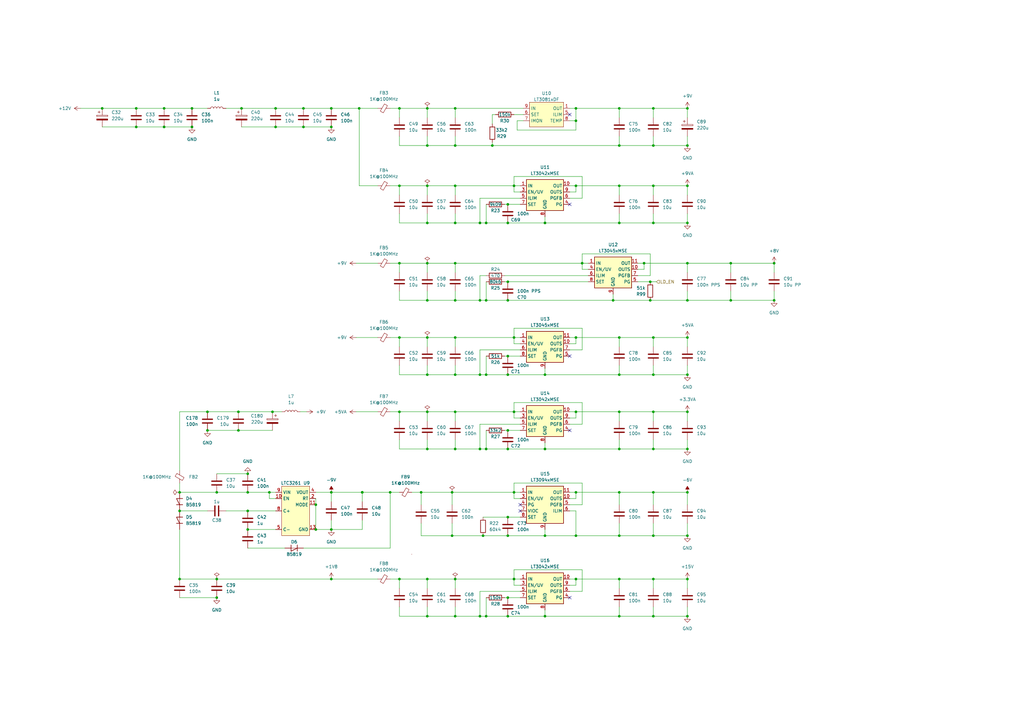
<source format=kicad_sch>
(kicad_sch (version 20211123) (generator eeschema)
  (paper "A3")
  (title_block (title "Kirdy") (date "2022-07-03") (rev "r0.1") (company "M-Labs") (comment 1 "Alex Wong Tat Hang"))
  (junction (at 175.26 237.49))
  (junction (at 223.52 184.15))
  (junction (at 236.22 76.2))
  (junction (at 238.76 107.95))
  (junction (at 210.82 201.93))
  (junction (at 78.74 44.45))
  (junction (at 210.82 76.2))
  (junction (at 236.22 168.91))
  (junction (at 185.42 219.71))
  (junction (at 101.6 217.17))
  (junction (at 254 184.15))
  (junction (at 208.28 245.11))
  (junction (at 185.42 201.93))
  (junction (at 208.28 176.53))
  (junction (at 135.89 217.17))
  (junction (at 147.32 44.45))
  (junction (at 210.82 138.43))
  (junction (at 254 91.44))
  (junction (at 135.89 237.49))
  (junction (at 266.7 115.57))
  (junction (at 148.556 201.93))
  (junction (at 236.22 49.53))
  (junction (at 208.28 252.73))
  (junction (at 196.85 184.15))
  (junction (at 266.7 123.19))
  (junction (at 88.9 237.49))
  (junction (at 199.39 252.73))
  (junction (at 186.69 138.43))
  (junction (at 208.28 184.15))
  (junction (at 78.74 52.07))
  (junction (at 254 44.45))
  (junction (at 267.97 76.2))
  (junction (at 199.39 153.67))
  (junction (at 254 237.49))
  (junction (at 111.76 168.91))
  (junction (at 163.83 76.2))
  (junction (at 317.5 107.95))
  (junction (at 99.06 44.45))
  (junction (at 67.31 52.07))
  (junction (at 175.26 59.69))
  (junction (at 267.97 201.93))
  (junction (at 113.03 52.07))
  (junction (at 175.26 153.67))
  (junction (at 175.26 91.44))
  (junction (at 41.91 44.45))
  (junction (at 281.94 138.43))
  (junction (at 267.97 138.43))
  (junction (at 175.26 107.95))
  (junction (at 85.09 168.91))
  (junction (at 196.85 91.44))
  (junction (at 199.39 123.19))
  (junction (at 267.97 252.73))
  (junction (at 281.94 237.49))
  (junction (at 186.69 252.73))
  (junction (at 208.28 123.19))
  (junction (at 254 219.71))
  (junction (at 97.79 168.91))
  (junction (at 148.59 201.93))
  (junction (at 223.52 153.67))
  (junction (at 223.52 91.44))
  (junction (at 236.22 44.45))
  (junction (at 101.6 209.55))
  (junction (at 281.94 76.2))
  (junction (at 281.94 201.93))
  (junction (at 281.94 168.91))
  (junction (at 186.69 107.95))
  (junction (at 317.5 123.19))
  (junction (at 281.94 44.45))
  (junction (at 186.69 237.49))
  (junction (at 186.69 184.15))
  (junction (at 163.83 168.91))
  (junction (at 236.22 219.71))
  (junction (at 254 168.91))
  (junction (at 281.94 252.73))
  (junction (at 251.46 123.19))
  (junction (at 186.69 76.2))
  (junction (at 198.12 219.71))
  (junction (at 281.94 184.15))
  (junction (at 267.97 44.45))
  (junction (at 135.89 201.93))
  (junction (at 186.69 91.44))
  (junction (at 267.97 168.91))
  (junction (at 175.26 168.91))
  (junction (at 281.94 219.71))
  (junction (at 160.02 201.93))
  (junction (at 186.69 59.69))
  (junction (at 208.28 83.82))
  (junction (at 135.89 52.07))
  (junction (at 236.22 201.93))
  (junction (at 113.03 44.45))
  (junction (at 254 153.67))
  (junction (at 254 138.43))
  (junction (at 210.82 168.91))
  (junction (at 281.94 91.44))
  (junction (at 254 59.69))
  (junction (at 267.97 184.15))
  (junction (at 299.72 123.19))
  (junction (at 254 76.2))
  (junction (at 101.6 201.93))
  (junction (at 163.83 138.43))
  (junction (at 186.69 123.19))
  (junction (at 175.26 252.73))
  (junction (at 135.89 44.45))
  (junction (at 196.85 123.19))
  (junction (at 208.28 91.44))
  (junction (at 172.72 201.93))
  (junction (at 208.28 153.67))
  (junction (at 73.66 209.55))
  (junction (at 201.93 59.69))
  (junction (at 267.97 237.49))
  (junction (at 208.28 212.09))
  (junction (at 196.85 252.73))
  (junction (at 124.46 52.07))
  (junction (at 175.26 184.15))
  (junction (at 163.83 107.95))
  (junction (at 186.69 153.67))
  (junction (at 88.9 201.93))
  (junction (at 254 201.93))
  (junction (at 85.09 176.53))
  (junction (at 110.49 201.93))
  (junction (at 208.28 115.57))
  (junction (at 264.16 107.95))
  (junction (at 267.97 219.71))
  (junction (at 208.28 146.05))
  (junction (at 223.52 252.73))
  (junction (at 73.66 201.93))
  (junction (at 175.26 123.19))
  (junction (at 281.94 59.69))
  (junction (at 97.79 176.53))
  (junction (at 267.97 59.69))
  (junction (at 55.88 52.07))
  (junction (at 236.22 237.49))
  (junction (at 281.94 153.67))
  (junction (at 223.52 219.71))
  (junction (at 208.28 219.71))
  (junction (at 299.72 107.95))
  (junction (at 175.26 76.2))
  (junction (at 175.26 138.43))
  (junction (at 163.83 44.45))
  (junction (at 199.39 184.15))
  (junction (at 101.6 194.31))
  (junction (at 88.9 245.11))
  (junction (at 267.97 91.44))
  (junction (at 281.94 123.19))
  (junction (at 175.26 44.45))
  (junction (at 210.82 237.49))
  (junction (at 254 252.73))
  (junction (at 73.66 237.49))
  (junction (at 163.83 237.49))
  (junction (at 186.69 168.91))
  (junction (at 129.54 207.01))
  (junction (at 67.31 44.45))
  (junction (at 267.97 153.67))
  (junction (at 124.46 44.45))
  (junction (at 55.88 44.45))
  (junction (at 186.69 44.45))
  (junction (at 281.94 107.95))
  (junction (at 129.54 217.17))
  (junction (at 236.22 138.43))
  (junction (at 199.39 91.44))
  (junction (at 196.85 153.67))
  (no_connect (at 233.68 176.53))
  (no_connect (at 233.68 245.11))
  (no_connect (at 233.68 46.99))
  (no_connect (at 213.36 209.55))
  (no_connect (at 213.36 207.01))
  (no_connect (at 233.68 83.82))
  (no_connect (at 233.68 146.05))
  (wire (pts (xy 88.9 201.93) (xy 101.6 201.93)))
  (wire (pts (xy 207.01 176.53) (xy 208.28 176.53)))
  (wire (pts (xy 267.97 214.63) (xy 267.97 219.71)))
  (wire (pts (xy 267.97 153.67) (xy 267.97 149.86)))
  (wire (pts (xy 196.85 81.28) (xy 196.85 91.44)))
  (wire (pts (xy 175.26 241.3) (xy 175.26 237.49)))
  (wire (pts (xy 160.02 237.49) (xy 163.83 237.49)))
  (wire (pts (xy 254 237.49) (xy 254 241.3)))
  (wire (pts (xy 233.68 140.97) (xy 236.22 140.97)))
  (wire (pts (xy 148.59 201.93) (xy 148.59 205.74)))
  (wire (pts (xy 281.94 252.73) (xy 281.94 248.92)))
  (wire (pts (xy 281.94 107.95) (xy 281.94 111.76)))
  (wire (pts (xy 135.89 213.36) (xy 135.89 217.17)))
  (wire (pts (xy 163.83 252.73) (xy 163.83 248.92)))
  (wire (pts (xy 208.28 176.53) (xy 213.36 176.53)))
  (wire (pts (xy 124.46 44.45) (xy 135.89 44.45)))
  (wire (pts (xy 135.89 217.17) (xy 129.54 217.17)))
  (wire (pts (xy 201.93 58.42) (xy 201.93 59.69)))
  (wire (pts (xy 196.85 91.44) (xy 199.39 91.44)))
  (wire (pts (xy 299.72 107.95) (xy 299.72 111.76)))
  (wire (pts (xy 267.97 252.73) (xy 281.94 252.73)))
  (wire (pts (xy 160.02 107.95) (xy 163.83 107.95)))
  (wire (pts (xy 186.69 172.72) (xy 186.69 168.91)))
  (wire (pts (xy 196.85 113.03) (xy 199.39 113.03)))
  (wire (pts (xy 236.22 219.71) (xy 223.52 219.71)))
  (wire (pts (xy 175.26 123.19) (xy 186.69 123.19)))
  (wire (pts (xy 175.26 252.73) (xy 175.26 248.92)))
  (wire (pts (xy 186.69 123.19) (xy 196.85 123.19)))
  (wire (pts (xy 185.42 219.71) (xy 198.12 219.71)))
  (wire (pts (xy 201.93 50.8) (xy 201.93 46.99)))
  (wire (pts (xy 267.97 153.67) (xy 281.94 153.67)))
  (wire (pts (xy 85.09 176.53) (xy 97.79 176.53)))
  (wire (pts (xy 207.01 115.57) (xy 208.28 115.57)))
  (wire (pts (xy 175.26 123.19) (xy 175.26 119.38)))
  (wire (pts (xy 210.82 76.2) (xy 213.36 76.2)))
  (wire (pts (xy 85.09 168.91) (xy 97.79 168.91)))
  (wire (pts (xy 163.83 59.69) (xy 175.26 59.69)))
  (wire (pts (xy 210.82 237.49) (xy 213.36 237.49)))
  (wire (pts (xy 254 219.71) (xy 254 214.63)))
  (wire (pts (xy 199.39 184.15) (xy 208.28 184.15)))
  (wire (pts (xy 129.54 201.93) (xy 135.89 201.93)))
  (wire (pts (xy 175.26 142.24) (xy 175.26 138.43)))
  (wire (pts (xy 199.39 252.73) (xy 208.28 252.73)))
  (wire (pts (xy 186.69 80.01) (xy 186.69 76.2)))
  (wire (pts (xy 199.39 245.11) (xy 199.39 252.73)))
  (wire (pts (xy 172.72 214.63) (xy 172.72 219.71)))
  (wire (pts (xy 92.71 209.55) (xy 101.6 209.55)))
  (wire (pts (xy 186.69 107.95) (xy 238.76 107.95)))
  (wire (pts (xy 208.28 184.15) (xy 223.52 184.15)))
  (wire (pts (xy 175.26 184.15) (xy 186.69 184.15)))
  (wire (pts (xy 208.28 91.44) (xy 223.52 91.44)))
  (wire (pts (xy 213.36 204.47) (xy 210.82 204.47)))
  (wire (pts (xy 135.89 44.45) (xy 147.32 44.45)))
  (wire (pts (xy 254 219.71) (xy 267.97 219.71)))
  (wire (pts (xy 208.28 115.57) (xy 241.3 115.57)))
  (wire (pts (xy 163.83 252.73) (xy 175.26 252.73)))
  (wire (pts (xy 185.42 201.93) (xy 210.82 201.93)))
  (wire (pts (xy 186.69 168.91) (xy 210.82 168.91)))
  (wire (pts (xy 199.39 115.57) (xy 199.39 123.19)))
  (wire (pts (xy 175.26 76.2) (xy 186.69 76.2)))
  (wire (pts (xy 186.69 91.44) (xy 186.69 87.63)))
  (wire (pts (xy 199.39 146.05) (xy 199.39 153.67)))
  (wire (pts (xy 254 153.67) (xy 254 149.86)))
  (wire (pts (xy 238.76 134.62) (xy 210.82 134.62)))
  (wire (pts (xy 199.39 153.67) (xy 208.28 153.67)))
  (wire (pts (xy 172.72 219.71) (xy 185.42 219.71)))
  (wire (pts (xy 223.52 91.44) (xy 254 91.44)))
  (wire (pts (xy 236.22 240.03) (xy 236.22 237.49)))
  (wire (pts (xy 101.6 224.79) (xy 116.84 224.79)))
  (wire (pts (xy 198.12 219.71) (xy 208.28 219.71)))
  (wire (pts (xy 254 184.15) (xy 254 180.34)))
  (wire (pts (xy 210.82 140.97) (xy 210.82 138.43)))
  (wire (pts (xy 55.88 52.07) (xy 67.31 52.07)))
  (wire (pts (xy 196.85 81.28) (xy 213.36 81.28)))
  (wire (pts (xy 148.556 201.93) (xy 148.59 201.93)))
  (wire (pts (xy 267.97 59.69) (xy 254 59.69)))
  (wire (pts (xy 212.09 49.53) (xy 214.63 49.53)))
  (wire (pts (xy 241.3 110.49) (xy 238.76 110.49)))
  (wire (pts (xy 281.94 107.95) (xy 299.72 107.95)))
  (wire (pts (xy 267.97 91.44) (xy 267.97 87.63)))
  (wire (pts (xy 223.52 250.19) (xy 223.52 252.73)))
  (wire (pts (xy 281.94 123.19) (xy 281.94 119.38)))
  (wire (pts (xy 254 201.93) (xy 267.97 201.93)))
  (wire (pts (xy 186.69 44.45) (xy 214.63 44.45)))
  (wire (pts (xy 196.85 173.99) (xy 213.36 173.99)))
  (wire (pts (xy 175.26 184.15) (xy 175.26 180.34)))
  (wire (pts (xy 261.62 113.03) (xy 266.7 113.03)))
  (wire (pts (xy 238.76 107.95) (xy 241.3 107.95)))
  (wire (pts (xy 186.69 241.3) (xy 186.69 237.49)))
  (wire (pts (xy 254 237.49) (xy 267.97 237.49)))
  (wire (pts (xy 146.05 168.91) (xy 154.94 168.91)))
  (wire (pts (xy 236.22 237.49) (xy 254 237.49)))
  (wire (pts (xy 210.82 201.93) (xy 213.36 201.93)))
  (wire (pts (xy 236.22 44.45) (xy 236.22 49.53)))
  (wire (pts (xy 207.01 245.11) (xy 208.28 245.11)))
  (wire (pts (xy 210.82 78.74) (xy 210.82 76.2)))
  (wire (pts (xy 196.85 252.73) (xy 199.39 252.73)))
  (wire (pts (xy 186.69 153.67) (xy 196.85 153.67)))
  (wire (pts (xy 236.22 219.71) (xy 254 219.71)))
  (wire (pts (xy 210.82 138.43) (xy 213.36 138.43)))
  (wire (pts (xy 73.66 198.12) (xy 73.66 201.93)))
  (wire (pts (xy 238.76 173.99) (xy 238.76 165.1)))
  (wire (pts (xy 175.26 172.72) (xy 175.26 168.91)))
  (wire (pts (xy 113.03 52.07) (xy 124.46 52.07)))
  (wire (pts (xy 73.66 237.49) (xy 73.66 217.17)))
  (wire (pts (xy 238.76 165.1) (xy 210.82 165.1)))
  (wire (pts (xy 208.28 123.19) (xy 251.46 123.19)))
  (wire (pts (xy 113.03 44.45) (xy 124.46 44.45)))
  (wire (pts (xy 281.94 76.2) (xy 281.94 80.01)))
  (wire (pts (xy 163.83 172.72) (xy 163.83 168.91)))
  (wire (pts (xy 281.94 184.15) (xy 281.94 180.34)))
  (wire (pts (xy 201.93 46.99) (xy 203.2 46.99)))
  (wire (pts (xy 266.7 104.14) (xy 238.76 104.14)))
  (wire (pts (xy 210.82 240.03) (xy 210.82 237.49)))
  (wire (pts (xy 281.94 168.91) (xy 281.94 172.72)))
  (wire (pts (xy 163.83 107.95) (xy 175.26 107.95)))
  (wire (pts (xy 233.68 143.51) (xy 238.76 143.51)))
  (wire (pts (xy 261.62 115.57) (xy 266.7 115.57)))
  (wire (pts (xy 254 48.26) (xy 254 44.45)))
  (wire (pts (xy 196.85 113.03) (xy 196.85 123.19)))
  (wire (pts (xy 236.22 201.93) (xy 254 201.93)))
  (wire (pts (xy 73.66 237.49) (xy 88.9 237.49)))
  (wire (pts (xy 175.26 168.91) (xy 186.69 168.91)))
  (wire (pts (xy 233.68 240.03) (xy 236.22 240.03)))
  (wire (pts (xy 201.93 59.69) (xy 254 59.69)))
  (wire (pts (xy 175.26 44.45) (xy 186.69 44.45)))
  (wire (pts (xy 160.02 44.45) (xy 163.83 44.45)))
  (wire (pts (xy 124.46 52.07) (xy 135.89 52.07)))
  (wire (pts (xy 236.22 138.43) (xy 254 138.43)))
  (wire (pts (xy 110.49 201.93) (xy 113.03 201.93)))
  (wire (pts (xy 233.68 173.99) (xy 238.76 173.99)))
  (wire (pts (xy 210.82 134.62) (xy 210.82 138.43)))
  (wire (pts (xy 267.97 76.2) (xy 267.97 80.01)))
  (wire (pts (xy 267.97 138.43) (xy 281.94 138.43)))
  (wire (pts (xy 254 44.45) (xy 267.97 44.45)))
  (wire (pts (xy 254 91.44) (xy 267.97 91.44)))
  (wire (pts (xy 299.72 123.19) (xy 299.72 119.38)))
  (wire (pts (xy 266.7 113.03) (xy 266.7 104.14)))
  (wire (pts (xy 223.52 151.13) (xy 223.52 153.67)))
  (wire (pts (xy 233.68 138.43) (xy 236.22 138.43)))
  (wire (pts (xy 163.83 59.69) (xy 163.83 55.88)))
  (wire (pts (xy 233.68 81.28) (xy 238.76 81.28)))
  (wire (pts (xy 196.85 153.67) (xy 199.39 153.67)))
  (wire (pts (xy 163.83 123.19) (xy 175.26 123.19)))
  (wire (pts (xy 223.52 181.61) (xy 223.52 184.15)))
  (wire (pts (xy 113.03 204.47) (xy 110.49 204.47)))
  (wire (pts (xy 73.66 245.11) (xy 88.9 245.11)))
  (wire (pts (xy 186.69 59.69) (xy 201.93 59.69)))
  (wire (pts (xy 135.89 237.49) (xy 154.94 237.49)))
  (wire (pts (xy 186.69 153.67) (xy 186.69 149.86)))
  (wire (pts (xy 186.69 123.19) (xy 186.69 119.38)))
  (wire (pts (xy 233.68 76.2) (xy 236.22 76.2)))
  (wire (pts (xy 185.42 214.63) (xy 185.42 219.71)))
  (wire (pts (xy 208.28 252.73) (xy 223.52 252.73)))
  (wire (pts (xy 175.26 252.73) (xy 186.69 252.73)))
  (wire (pts (xy 168.91 201.93) (xy 172.72 201.93)))
  (wire (pts (xy 186.69 48.26) (xy 186.69 44.45)))
  (wire (pts (xy 135.89 201.93) (xy 148.556 201.93)))
  (wire (pts (xy 115.57 168.91) (xy 111.76 168.91)))
  (wire (pts (xy 123.19 168.91) (xy 125.73 168.91)))
  (wire (pts (xy 267.97 44.45) (xy 281.94 44.45)))
  (wire (pts (xy 199.39 176.53) (xy 199.39 184.15)))
  (wire (pts (xy 254 168.91) (xy 254 172.72)))
  (wire (pts (xy 254 201.93) (xy 254 207.01)))
  (wire (pts (xy 185.42 201.93) (xy 185.42 207.01)))
  (wire (pts (xy 135.89 201.93) (xy 135.89 205.74)))
  (wire (pts (xy 213.36 78.74) (xy 210.82 78.74)))
  (wire (pts (xy 267.97 48.26) (xy 267.97 44.45)))
  (wire (pts (xy 163.83 237.49) (xy 175.26 237.49)))
  (wire (pts (xy 196.85 143.51) (xy 213.36 143.51)))
  (wire (pts (xy 186.69 252.73) (xy 186.69 248.92)))
  (wire (pts (xy 175.26 153.67) (xy 175.26 149.86)))
  (wire (pts (xy 233.68 168.91) (xy 236.22 168.91)))
  (wire (pts (xy 212.09 49.53) (xy 212.09 53.34)))
  (wire (pts (xy 186.69 138.43) (xy 210.82 138.43)))
  (wire (pts (xy 266.7 115.57) (xy 269.24 115.57)))
  (wire (pts (xy 236.22 49.53) (xy 233.68 49.53)))
  (wire (pts (xy 281.94 123.19) (xy 299.72 123.19)))
  (wire (pts (xy 233.68 171.45) (xy 236.22 171.45)))
  (wire (pts (xy 254 91.44) (xy 254 87.63)))
  (wire (pts (xy 238.76 81.28) (xy 238.76 72.39)))
  (wire (pts (xy 213.36 240.03) (xy 210.82 240.03)))
  (wire (pts (xy 236.22 209.55) (xy 236.22 219.71)))
  (wire (pts (xy 163.83 80.01) (xy 163.83 76.2)))
  (wire (pts (xy 251.46 123.19) (xy 266.7 123.19)))
  (wire (pts (xy 254 153.67) (xy 267.97 153.67)))
  (wire (pts (xy 101.6 217.17) (xy 113.03 217.17)))
  (wire (pts (xy 163.83 241.3) (xy 163.83 237.49)))
  (wire (pts (xy 233.68 242.57) (xy 238.76 242.57)))
  (wire (pts (xy 236.22 168.91) (xy 254 168.91)))
  (wire (pts (xy 223.52 219.71) (xy 223.52 217.17)))
  (wire (pts (xy 160.02 224.79) (xy 160.02 201.93)))
  (wire (pts (xy 163.83 48.26) (xy 163.83 44.45)))
  (wire (pts (xy 236.22 53.34) (xy 236.22 49.53)))
  (wire (pts (xy 78.74 44.45) (xy 85.09 44.45)))
  (wire (pts (xy 267.97 201.93) (xy 281.94 201.93)))
  (wire (pts (xy 148.59 217.17) (xy 135.89 217.17)))
  (wire (pts (xy 92.71 44.45) (xy 99.06 44.45)))
  (wire (pts (xy 281.94 44.45) (xy 281.94 48.26)))
  (wire (pts (xy 175.26 48.26) (xy 175.26 44.45)))
  (wire (pts (xy 163.83 153.67) (xy 175.26 153.67)))
  (wire (pts (xy 175.26 153.67) (xy 186.69 153.67)))
  (wire (pts (xy 160.02 201.93) (xy 163.83 201.93)))
  (wire (pts (xy 267.97 237.49) (xy 281.94 237.49)))
  (wire (pts (xy 175.26 111.76) (xy 175.26 107.95)))
  (wire (pts (xy 110.49 204.47) (xy 110.49 201.93)))
  (wire (pts (xy 175.26 59.69) (xy 175.26 55.88)))
  (wire (pts (xy 210.82 168.91) (xy 213.36 168.91)))
  (wire (pts (xy 267.97 201.93) (xy 267.97 207.01)))
  (wire (pts (xy 198.12 212.09) (xy 208.28 212.09)))
  (wire (pts (xy 254 252.73) (xy 254 248.92)))
  (wire (pts (xy 233.68 78.74) (xy 236.22 78.74)))
  (wire (pts (xy 172.72 201.93) (xy 172.72 207.01)))
  (wire (pts (xy 238.76 110.49) (xy 238.76 107.95)))
  (wire (pts (xy 33.02 44.45) (xy 41.91 44.45)))
  (wire (pts (xy 238.76 72.39) (xy 210.82 72.39)))
  (wire (pts (xy 199.39 123.19) (xy 208.28 123.19)))
  (wire (pts (xy 254 252.73) (xy 267.97 252.73)))
  (wire (pts (xy 264.16 107.95) (xy 281.94 107.95)))
  (wire (pts (xy 236.22 140.97) (xy 236.22 138.43)))
  (wire (pts (xy 129.54 207.01) (xy 129.54 217.17)))
  (wire (pts (xy 267.97 252.73) (xy 267.97 248.92)))
  (wire (pts (xy 261.62 110.49) (xy 264.16 110.49)))
  (wire (pts (xy 41.91 44.45) (xy 55.88 44.45)))
  (wire (pts (xy 186.69 59.69) (xy 186.69 55.88)))
  (wire (pts (xy 163.83 76.2) (xy 175.26 76.2)))
  (wire (pts (xy 154.94 76.2) (xy 147.32 76.2)))
  (wire (pts (xy 254 55.88) (xy 254 59.69)))
  (wire (pts (xy 163.83 153.67) (xy 163.83 149.86)))
  (wire (pts (xy 299.72 123.19) (xy 317.5 123.19)))
  (wire (pts (xy 175.26 107.95) (xy 186.69 107.95)))
  (wire (pts (xy 196.85 242.57) (xy 196.85 252.73)))
  (wire (pts (xy 267.97 91.44) (xy 281.94 91.44)))
  (wire (pts (xy 73.66 209.55) (xy 85.09 209.55)))
  (wire (pts (xy 186.69 237.49) (xy 210.82 237.49)))
  (wire (pts (xy 101.6 201.93) (xy 110.49 201.93)))
  (wire (pts (xy 99.06 44.45) (xy 113.03 44.45)))
  (wire (pts (xy 186.69 184.15) (xy 186.69 180.34)))
  (wire (pts (xy 264.16 110.49) (xy 264.16 107.95)))
  (wire (pts (xy 73.66 168.91) (xy 73.66 193.04)))
  (wire (pts (xy 210.82 46.99) (xy 214.63 46.99)))
  (wire (pts (xy 147.32 44.45) (xy 147.32 76.2)))
  (wire (pts (xy 146.05 107.95) (xy 154.94 107.95)))
  (wire (pts (xy 175.26 91.44) (xy 186.69 91.44)))
  (wire (pts (xy 261.62 107.95) (xy 264.16 107.95)))
  (wire (pts (xy 210.82 72.39) (xy 210.82 76.2)))
  (wire (pts (xy 254 76.2) (xy 267.97 76.2)))
  (wire (pts (xy 233.68 237.49) (xy 236.22 237.49)))
  (wire (pts (xy 196.85 123.19) (xy 199.39 123.19)))
  (wire (pts (xy 238.76 198.12) (xy 210.82 198.12)))
  (wire (pts (xy 233.68 44.45) (xy 236.22 44.45)))
  (wire (pts (xy 146.05 138.43) (xy 154.94 138.43)))
  (wire (pts (xy 196.85 143.51) (xy 196.85 153.67)))
  (wire (pts (xy 281.94 91.44) (xy 281.94 87.63)))
  (wire (pts (xy 41.91 52.07) (xy 55.88 52.07)))
  (wire (pts (xy 196.85 173.99) (xy 196.85 184.15)))
  (wire (pts (xy 281.94 138.43) (xy 281.94 142.24)))
  (wire (pts (xy 281.94 153.67) (xy 281.94 149.86)))
  (wire (pts (xy 233.68 204.47) (xy 236.22 204.47)))
  (wire (pts (xy 199.39 91.44) (xy 208.28 91.44)))
  (wire (pts (xy 238.76 207.01) (xy 238.76 198.12)))
  (wire (pts (xy 163.83 168.91) (xy 175.26 168.91)))
  (wire (pts (xy 236.22 78.74) (xy 236.22 76.2)))
  (wire (pts (xy 207.01 146.05) (xy 208.28 146.05)))
  (wire (pts (xy 196.85 184.15) (xy 199.39 184.15)))
  (wire (pts (xy 212.09 53.34) (xy 236.22 53.34)))
  (wire (pts (xy 196.85 242.57) (xy 213.36 242.57)))
  (wire (pts (xy 208.28 153.67) (xy 223.52 153.67)))
  (wire (pts (xy 210.82 171.45) (xy 210.82 168.91)))
  (wire (pts (xy 186.69 76.2) (xy 210.82 76.2)))
  (wire (pts (xy 210.82 198.12) (xy 210.82 201.93)))
  (wire (pts (xy 147.32 44.45) (xy 154.94 44.45)))
  (wire (pts (xy 213.36 140.97) (xy 210.82 140.97)))
  (wire (pts (xy 238.76 242.57) (xy 238.76 233.68)))
  (wire (pts (xy 88.9 194.31) (xy 101.6 194.31)))
  (wire (pts (xy 317.5 123.19) (xy 317.5 119.38)))
  (wire (pts (xy 267.97 168.91) (xy 267.97 172.72)))
  (wire (pts (xy 267.97 76.2) (xy 281.94 76.2)))
  (wire (pts (xy 186.69 142.24) (xy 186.69 138.43)))
  (wire (pts (xy 281.94 55.88) (xy 281.94 59.69)))
  (wire (pts (xy 67.31 52.07) (xy 78.74 52.07)))
  (wire (pts (xy 210.82 204.47) (xy 210.82 201.93)))
  (wire (pts (xy 238.76 233.68) (xy 210.82 233.68)))
  (wire (pts (xy 254 138.43) (xy 267.97 138.43)))
  (wire (pts (xy 251.46 120.65) (xy 251.46 123.19)))
  (wire (pts (xy 267.97 219.71) (xy 281.94 219.71)))
  (wire (pts (xy 208.28 245.11) (xy 213.36 245.11)))
  (wire (pts (xy 223.52 88.9) (xy 223.52 91.44)))
  (wire (pts (xy 73.66 168.91) (xy 85.09 168.91)))
  (wire (pts (xy 267.97 237.49) (xy 267.97 241.3)))
  (wire (pts (xy 254 184.15) (xy 267.97 184.15)))
  (wire (pts (xy 236.22 171.45) (xy 236.22 168.91)))
  (wire (pts (xy 210.82 233.68) (xy 210.82 237.49)))
  (wire (pts (xy 163.83 111.76) (xy 163.83 107.95)))
  (wire (pts (xy 55.88 44.45) (xy 67.31 44.45)))
  (wire (pts (xy 199.39 83.82) (xy 199.39 91.44)))
  (wire (pts (xy 160.02 168.91) (xy 163.83 168.91)))
  (wire (pts (xy 124.46 224.79) (xy 160.02 224.79)))
  (wire (pts (xy 254 138.43) (xy 254 142.24)))
  (wire (pts (xy 208.28 212.09) (xy 213.36 212.09)))
  (wire (pts (xy 210.82 165.1) (xy 210.82 168.91)))
  (wire (pts (xy 299.72 107.95) (xy 317.5 107.95)))
  (wire (pts (xy 160.02 76.2) (xy 163.83 76.2)))
  (wire (pts (xy 163.83 123.19) (xy 163.83 119.38)))
  (wire (pts (xy 67.31 44.45) (xy 78.74 44.45)))
  (wire (pts (xy 175.26 59.69) (xy 186.69 59.69)))
  (wire (pts (xy 163.83 184.15) (xy 175.26 184.15)))
  (wire (pts (xy 208.28 146.05) (xy 213.36 146.05)))
  (wire (pts (xy 175.26 237.49) (xy 186.69 237.49)))
  (wire (pts (xy 254 168.91) (xy 267.97 168.91)))
  (wire (pts (xy 111.76 168.91) (xy 97.79 168.91)))
  (wire (pts (xy 186.69 111.76) (xy 186.69 107.95)))
  (wire (pts (xy 160.02 201.93) (xy 148.59 201.93)))
  (wire (pts (xy 172.72 201.93) (xy 185.42 201.93)))
  (wire (pts (xy 175.26 91.44) (xy 175.26 87.63)))
  (wire (pts (xy 281.94 201.93) (xy 281.94 207.01)))
  (wire (pts (xy 99.06 52.07) (xy 113.03 52.07)))
  (wire (pts (xy 101.6 209.55) (xy 113.03 209.55)))
  (wire (pts (xy 223.52 153.67) (xy 254 153.67)))
  (wire (pts (xy 238.76 143.51) (xy 238.76 134.62)))
  (wire (pts (xy 73.66 201.93) (xy 88.9 201.93)))
  (wire (pts (xy 175.26 138.43) (xy 186.69 138.43)))
  (wire (pts (xy 267.97 168.91) (xy 281.94 168.91)))
  (wire (pts (xy 233.68 207.01) (xy 238.76 207.01)))
  (wire (pts (xy 163.83 91.44) (xy 175.26 91.44)))
  (wire (pts (xy 236.22 76.2) (xy 254 76.2)))
  (wire (pts (xy 236.22 204.47) (xy 236.22 201.93)))
  (wire (pts (xy 236.22 44.45) (xy 254 44.45)))
  (wire (pts (xy 160.02 138.43) (xy 163.83 138.43)))
  (wire (pts (xy 208.28 219.71) (xy 223.52 219.71)))
  (wire (pts (xy 236.22 209.55) (xy 233.68 209.55)))
  (wire (pts (xy 111.76 176.53) (xy 97.79 176.53)))
  (wire (pts (xy 186.69 184.15) (xy 196.85 184.15)))
  (wire (pts (xy 267.97 184.15) (xy 267.97 180.34)))
  (wire (pts (xy 207.01 83.82) (xy 208.28 83.82)))
  (wire (pts (xy 267.97 138.43) (xy 267.97 142.24)))
  (wire (pts (xy 213.36 171.45) (xy 210.82 171.45)))
  (wire (pts (xy 233.68 201.93) (xy 236.22 201.93)))
  (wire (pts (xy 254 76.2) (xy 254 80.01)))
  (wire (pts (xy 266.7 123.19) (xy 281.94 123.19)))
  (wire (pts (xy 163.83 44.45) (xy 175.26 44.45)))
  (wire (pts (xy 223.52 184.15) (xy 254 184.15)))
  (wire (pts (xy 163.83 138.43) (xy 175.26 138.43)))
  (wire (pts (xy 208.28 83.82) (xy 213.36 83.82)))
  (wire (pts (xy 186.69 91.44) (xy 196.85 91.44)))
  (wire (pts (xy 163.83 91.44) (xy 163.83 87.63)))
  (wire (pts (xy 317.5 107.95) (xy 317.5 111.76)))
  (wire (pts (xy 281.94 237.49) (xy 281.94 241.3)))
  (wire (pts (xy 148.59 213.36) (xy 148.59 217.17)))
  (wire (pts (xy 267.97 55.88) (xy 267.97 59.69)))
  (wire (pts (xy 129.54 204.47) (xy 129.54 207.01)))
  (wire (pts (xy 267.97 59.69) (xy 281.94 59.69)))
  (wire (pts (xy 223.52 252.73) (xy 254 252.73)))
  (wire (pts (xy 186.69 252.73) (xy 196.85 252.73)))
  (wire (pts (xy 267.97 184.15) (xy 281.94 184.15)))
  (wire (pts (xy 238.76 104.14) (xy 238.76 107.95)))
  (wire (pts (xy 281.94 214.63) (xy 281.94 219.71)))
  (wire (pts (xy 175.26 80.01) (xy 175.26 76.2)))
  (wire (pts (xy 163.83 184.15) (xy 163.83 180.34)))
  (wire (pts (xy 88.9 237.49) (xy 135.89 237.49)))
  (wire (pts (xy 207.01 113.03) (xy 241.3 113.03)))
  (wire (pts (xy 163.83 142.24) (xy 163.83 138.43)))
  (hierarchical_label "LD_EN" (shape input) (at 269.24 115.57 0))
  (symbol (lib_id "Device:R") (at 198.12 215.9 0) (unit 1)
    (property "Reference" "R22" (at 200.66 214.6299 0) (effects (justify left)))
    (property "Value" "60k4" (at 200.66 217.1699 0) (effects (justify left)))
    (property "Footprint" "Resistor_SMD:R_0603_1608Metric" (effects hide))
    (property "MFR_PN" "RT0603FRE0760K4L" (effects hide))
    (property "MFR_PN_ALT" "RC0603FR-0760K4L" (effects hide))
  )
  (symbol (lib_id "Device:C") (at 85.09 172.72 0) (mirror y) (unit 1)
    (property "Reference" "C178" (at 81.28 171.4499 0) (effects (justify left)))
    (property "Value" "100n" (at 81.28 173.9899 0) (effects (justify left)))
    (property "Footprint" "Capacitor_SMD:C_0603_1608Metric" (effects hide))
    (property "MFR_PN" "CL10B104KB8NNWC" (effects hide))
    (property "MFR_PN_ALT" "CL10B104KB8NNNL" (effects hide))
  )
  (symbol (lib_id "Device:C") (at 254 83.82 0) (unit 1)
    (property "Reference" "C76" (at 257.81 82.5499 0) (effects (justify left)))
    (property "Value" "100n" (at 257.81 85.0899 0) (effects (justify left)))
    (property "Footprint" "Capacitor_SMD:C_0603_1608Metric" (effects hide))
    (property "MFR_PN" "CL10B104KB8NNWC" (effects hide))
    (property "MFR_PN_ALT" "CL10B104KB8NNNL" (effects hide))
  )
  (symbol (lib_id "power:+5VA") (at 281.94 138.43 0) (unit 1)
    (property "Reference" "#PWR074" (effects hide))
    (property "Value" "+5VA" (at 281.94 133.35 0))
  )
  (symbol (lib_id "Device:C") (at 101.6 213.36 0) (unit 1)
    (property "Reference" "C42" (at 105.41 212.0899 0) (effects (justify left)))
    (property "Value" "1u" (at 105.41 214.6299 0) (effects (justify left)))
    (property "Footprint" "Capacitor_SMD:C_0603_1608Metric" (effects hide))
    (property "MFR_PN" "CL10B105KA8NNNC" (effects hide))
    (property "MFR_PN_ALT" "CGA3E1X7R1E105K080AC" (effects hide))
  )
  (symbol (lib_id "power:PWR_FLAG") (at 175.26 76.2 0) (unit 1)
    (property "Reference" "#FLG0106" (effects hide))
    (property "Value" "PWR_FLAG" (effects hide))
  )
  (symbol (lib_id "Device:C") (at 148.59 209.55 0) (unit 1)
    (property "Reference" "C48" (at 152.4 208.2799 0) (effects (justify left)))
    (property "Value" "10u" (at 152.4 210.8199 0) (effects (justify left)))
    (property "Footprint" "Capacitor_SMD:C_0805_2012Metric" (effects hide))
    (property "MFR_PN" "CL21B106KOQNNNG" (effects hide))
    (property "MFR_PN_ALT" "CL21B106KOQNNNE" (effects hide))
  )
  (symbol (lib_id "Device:R") (at 203.2 83.82 90) (unit 1)
    (property "Reference" "R23" (at 203.2 86.36 90))
    (property "Value" "9k09" (at 203.2 83.82 90))
    (property "Footprint" "Resistor_SMD:R_0603_1608Metric" (effects hide))
    (property "MFR_PN" "CR0603-FX-9091ELF" (effects hide))
    (property "MFR_PN_ALT" "RK73H1JTTD9091F" (effects hide))
  )
  (symbol (lib_id "Device:R") (at 203.2 245.11 90) (unit 1)
    (property "Reference" "R28" (at 203.2 247.65 90))
    (property "Value" "150k" (at 203.2 245.11 90))
    (property "Footprint" "Resistor_SMD:R_0603_1608Metric" (effects hide))
    (property "MFR_PN" "CRGCQ0603F150K" (effects hide))
    (property "MFR_PN_ALT" "RMCF0603FG150K" (effects hide))
  )
  (symbol (lib_id "Device:C") (at 281.94 210.82 0) (unit 1)
    (property "Reference" "C94" (at 285.75 209.5499 0) (effects (justify left)))
    (property "Value" "10u" (at 285.75 212.0899 0) (effects (justify left)))
    (property "Footprint" "Capacitor_SMD:C_0805_2012Metric" (effects hide))
    (property "MFR_PN" "CL21B106KOQNNNG" (effects hide))
    (property "MFR_PN_ALT" "CL21B106KOQNNNE" (effects hide))
  )
  (symbol (lib_id "Device:C") (at 186.69 83.82 0) (unit 1)
    (property "Reference" "C64" (at 190.5 82.5499 0) (effects (justify left)))
    (property "Value" "100n" (at 190.5 85.0899 0) (effects (justify left)))
    (property "Footprint" "Capacitor_SMD:C_0603_1608Metric" (effects hide))
    (property "MFR_PN" "CL10B104KB8NNWC" (effects hide))
    (property "MFR_PN_ALT" "CL10B104KB8NNNL" (effects hide))
  )
  (symbol (lib_id "Device:C") (at 113.03 48.26 0) (unit 1)
    (property "Reference" "C44" (at 116.84 46.9899 0) (effects (justify left)))
    (property "Value" "10u" (at 116.84 49.5299 0) (effects (justify left)))
    (property "Footprint" "Capacitor_SMD:C_0805_2012Metric" (effects hide))
    (property "MFR_PN" "CL21B106KOQNNNG" (effects hide))
    (property "MFR_PN_ALT" "CL21B106KOQNNNE" (effects hide))
  )
  (symbol (lib_id "power:PWR_FLAG") (at 175.26 107.95 0) (unit 1)
    (property "Reference" "#FLG0108" (effects hide))
    (property "Value" "PWR_FLAG" (effects hide))
  )
  (symbol (lib_id "Device:R") (at 266.7 119.38 180) (unit 1)
    (property "Reference" "R99" (at 262.89 120.65 0))
    (property "Value" "51k" (at 262.89 118.11 0))
    (property "Footprint" "Resistor_SMD:R_0603_1608Metric" (effects hide))
    (property "MFR_PN" "RMCF0603FT51K0" (effects hide))
    (property "MFR_PN_ALT" "CR0603-FX-5102ELF" (effects hide))
  )
  (symbol (lib_id "Device:FerriteBead_Small") (at 73.66 195.58 180) (unit 1)
    (property "Reference" "FB2" (at 77.47 195.58 0) (effects (justify right)))
    (property "Value" "1K@100MHz" (at 58.42 195.58 0) (effects (justify right)))
    (property "Footprint" "Inductor_SMD:L_1210_3225Metric" (effects hide))
    (property "MFR_PN" "FBMH3225HM102NT" (effects hide))
    (property "MFR_PN_ALT" "FBMH3225HM102NTV" (effects hide))
  )
  (symbol (lib_id "Device:C") (at 208.28 180.34 0) (unit 1)
    (property "Reference" "C72" (at 209.55 182.88 0) (effects (justify left)))
    (property "Value" "100n" (at 212.09 180.34 0) (effects (justify left)))
    (property "Footprint" "Capacitor_SMD:C_0603_1608Metric" (effects hide))
    (property "MFR_PN" "CL10B104KB8NNWC" (effects hide))
    (property "MFR_PN_ALT" "CL10B104KB8NNNL" (effects hide))
  )
  (symbol (lib_id "Device:C") (at 186.69 115.57 0) (unit 1)
    (property "Reference" "C65" (at 190.5 114.2999 0) (effects (justify left)))
    (property "Value" "100n" (at 190.5 116.8399 0) (effects (justify left)))
    (property "Footprint" "Capacitor_SMD:C_0603_1608Metric" (effects hide))
    (property "MFR_PN" "CL10B104KB8NNWC" (effects hide))
    (property "MFR_PN_ALT" "CL10B104KB8NNNL" (effects hide))
  )
  (symbol (lib_id "Device:C") (at 175.26 176.53 0) (unit 1)
    (property "Reference" "C60" (at 179.07 175.2599 0) (effects (justify left)))
    (property "Value" "10u" (at 179.07 177.7999 0) (effects (justify left)))
    (property "Footprint" "Capacitor_SMD:C_0805_2012Metric" (effects hide))
    (property "MFR_PN" "CL21B106KOQNNNG" (effects hide))
    (property "MFR_PN_ALT" "CL21B106KOQNNNE" (effects hide))
  )
  (symbol (lib_id "Device:C") (at 254 52.07 0) (unit 1)
    (property "Reference" "C75" (at 257.81 50.7999 0) (effects (justify left)))
    (property "Value" "100n" (at 257.81 53.3399 0) (effects (justify left)))
    (property "Footprint" "Capacitor_SMD:C_0603_1608Metric" (effects hide))
    (property "MFR_PN" "CL10B104KB8NNWC" (effects hide))
    (property "MFR_PN_ALT" "CL10B104KB8NNNL" (effects hide))
  )
  (symbol (lib_id "power:GND") (at 317.5 123.19 0) (unit 1)
    (property "Reference" "#PWR073" (effects hide))
    (property "Value" "GND" (at 317.5 128.27 0))
  )
  (symbol (lib_id "Device:C") (at 267.97 210.82 0) (unit 1)
    (property "Reference" "C87" (at 271.78 209.5499 0) (effects (justify left)))
    (property "Value" "10u" (at 271.78 212.0899 0) (effects (justify left)))
    (property "Footprint" "Capacitor_SMD:C_0805_2012Metric" (effects hide))
    (property "MFR_PN" "CL21B106KOQNNNG" (effects hide))
    (property "MFR_PN_ALT" "CL21B106KOQNNNE" (effects hide))
  )
  (symbol (lib_id "Device:C") (at 175.26 245.11 0) (unit 1)
    (property "Reference" "C61" (at 179.07 243.8399 0) (effects (justify left)))
    (property "Value" "10u" (at 179.07 246.3799 0) (effects (justify left)))
    (property "Footprint" "Capacitor_SMD:C_0805_2012Metric" (effects hide))
    (property "MFR_PN" "CL21B106KOQNNNG" (effects hide))
    (property "MFR_PN_ALT" "CL21B106KOQNNNE" (effects hide))
  )
  (symbol (lib_id "Device:C") (at 186.69 245.11 0) (unit 1)
    (property "Reference" "C68" (at 190.5 243.8399 0) (effects (justify left)))
    (property "Value" "100n" (at 190.5 246.3799 0) (effects (justify left)))
    (property "Footprint" "Capacitor_SMD:C_0603_1608Metric" (effects hide))
    (property "MFR_PN" "CL10B104KB8NNWC" (effects hide))
    (property "MFR_PN_ALT" "CL10B104KB8NNNL" (effects hide))
  )
  (symbol (lib_id "Device:R") (at 203.2 146.05 90) (unit 1)
    (property "Reference" "R26" (at 203.2 148.59 90))
    (property "Value" "51k" (at 203.2 146.05 90))
    (property "Footprint" "Resistor_SMD:R_0603_1608Metric" (effects hide))
    (property "MFR_PN" "RMCF0603FT51K0" (effects hide))
    (property "MFR_PN_ALT" "CR0603-FX-5102ELF" (effects hide))
  )
  (symbol (lib_id "Device:C") (at 175.26 52.07 0) (unit 1)
    (property "Reference" "C56" (at 179.07 50.7999 0) (effects (justify left)))
    (property "Value" "10u" (at 179.07 53.3399 0) (effects (justify left)))
    (property "Footprint" "Capacitor_SMD:C_0805_2012Metric" (effects hide))
    (property "MFR_PN" "CL21B106KOQNNNG" (effects hide))
    (property "MFR_PN_ALT" "CL21B106KOQNNNE" (effects hide))
  )
  (symbol (lib_id "Device:L") (at 88.9 44.45 90) (unit 1)
    (property "Reference" "L1" (at 88.9 38.1 90))
    (property "Value" "1u" (at 88.9 40.64 90))
    (property "Footprint" "Inductor_SMD:L_1008_2520Metric" (effects hide))
    (property "MFR_PN" "DFE252012F-1R0M=P2" (effects hide))
    (property "MFR_PN_ALT" "DFE252012P-1R0M=P2" (effects hide))
  )
  (symbol (lib_id "Device:D_Shockley") (at 73.66 213.36 90) (unit 1)
    (property "Reference" "D5" (at 76.2 212.0899 90) (effects (justify right)))
    (property "Value" "B5819" (at 76.2 214.6299 90) (effects (justify right)))
    (property "Footprint" "Diode_SMD:D_SOD-323" (effects hide))
    (property "MFR_PN" "B5819WS-TP" (effects hide))
  )
  (symbol (lib_id "Device:C_Polarized") (at 281.94 52.07 0) (unit 1)
    (property "Reference" "C89" (at 285.75 49.9109 0) (effects (justify left)))
    (property "Value" "220u" (at 285.75 52.4509 0) (effects (justify left)))
    (property "Footprint" "Capacitor_Tantalum_SMD:CP_EIA-7343-15_Kemet-W" (effects hide))
    (property "MFR_PN" "T491D227K016AT" (effects hide))
    (property "MFR_PN_ALT" "293D227X9016E2TE3" (effects hide))
  )
  (symbol (lib_id "power:-9V") (at 135.89 201.93 0) (unit 1)
    (property "Reference" "#PWR063" (effects hide))
    (property "Value" "-9V" (at 135.89 196.85 0))
  )
  (symbol (lib_id "Device:FerriteBead_Small") (at 157.48 107.95 90) (unit 1)
    (property "Reference" "FB5" (at 157.4419 101.6 90))
    (property "Value" "1K@100MHz" (at 157.4419 104.14 90))
    (property "Footprint" "Inductor_SMD:L_1210_3225Metric" (effects hide))
    (property "MFR_PN" "FBMH3225HM102NT" (effects hide))
    (property "MFR_PN_ALT" "FBMH3225HM102NTV" (effects hide))
  )
  (symbol (lib_id "Device:C") (at 254 210.82 0) (unit 1)
    (property "Reference" "C80" (at 257.81 209.5499 0) (effects (justify left)))
    (property "Value" "100n" (at 257.81 212.0899 0) (effects (justify left)))
    (property "Footprint" "Capacitor_SMD:C_0603_1608Metric" (effects hide))
    (property "MFR_PN" "CL10B104KB8NNWC" (effects hide))
    (property "MFR_PN_ALT" "CL10B104KB8NNNL" (effects hide))
  )
  (symbol (lib_id "power:PWR_FLAG") (at 175.26 138.43 0) (unit 1)
    (property "Reference" "#FLG0109" (effects hide))
    (property "Value" "PWR_FLAG" (effects hide))
  )
  (symbol (lib_id "power:GND") (at 281.94 91.44 0) (unit 1)
    (property "Reference" "#PWR071" (effects hide))
    (property "Value" "GND" (at 281.94 96.52 0))
  )
  (symbol (lib_id "power:+9V") (at 281.94 44.45 0) (unit 1)
    (property "Reference" "#PWR068" (effects hide))
    (property "Value" "+9V" (at 281.94 39.37 0))
  )
  (symbol (lib_id "power:PWR_FLAG") (at 185.42 201.93 0) (unit 1)
    (property "Reference" "#FLG0102" (effects hide))
    (property "Value" "PWR_FLAG" (effects hide))
  )
  (symbol (lib_id "Device:FerriteBead_Small") (at 166.37 201.93 90) (unit 1)
    (property "Reference" "FB9" (at 166.3319 195.58 90))
    (property "Value" "1K@100MHz" (at 166.3319 198.12 90))
    (property "Footprint" "Inductor_SMD:L_1210_3225Metric" (effects hide))
    (property "MFR_PN" "FBMH3225HM102NT" (effects hide))
    (property "MFR_PN_ALT" "FBMH3225HM102NTV" (effects hide))
  )
  (symbol (lib_id "Device:C") (at 208.28 119.38 0) (unit 1)
    (property "Reference" "C70" (at 212.09 121.92 0) (effects (justify left)))
    (property "Value" "100n PPS" (at 212.09 119.38 0) (effects (justify left)))
    (property "Footprint" "Capacitor_SMD:C_1210_3225Metric" (effects hide))
    (property "MFR_PN" "ECH-U1C104JX5" (effects hide))
  )
  (symbol (lib_id "Device:C") (at 281.94 245.11 0) (unit 1)
    (property "Reference" "C95" (at 285.75 243.8399 0) (effects (justify left)))
    (property "Value" "10u" (at 285.75 246.3799 0) (effects (justify left)))
    (property "Footprint" "Capacitor_SMD:C_0805_2012Metric" (effects hide))
    (property "MFR_PN" "CL21B106KOQNNNG" (effects hide))
    (property "MFR_PN_ALT" "CL21B106KOQNNNE" (effects hide))
  )
  (symbol (lib_id "Device:C") (at 135.89 48.26 0) (unit 1)
    (property "Reference" "C46" (at 139.7 46.9899 0) (effects (justify left)))
    (property "Value" "100n" (at 139.7 49.5299 0) (effects (justify left)))
    (property "Footprint" "Capacitor_SMD:C_0603_1608Metric" (effects hide))
    (property "MFR_PN" "CL10B104KB8NNWC" (effects hide))
    (property "MFR_PN_ALT" "CL10B104KB8NNNL" (effects hide))
  )
  (symbol (lib_id "Device:C") (at 281.94 115.57 0) (unit 1)
    (property "Reference" "C77" (at 285.75 114.2999 0) (effects (justify left)))
    (property "Value" "100n PPS" (at 285.75 116.8399 0) (effects (justify left)))
    (property "Footprint" "Capacitor_SMD:C_1210_3225Metric" (effects hide))
    (property "MFR_PN" "ECH-U1C104JX5" (effects hide))
  )
  (symbol (lib_id "Device:C") (at 88.9 198.12 0) (unit 1)
    (property "Reference" "C37" (at 92.71 196.8499 0) (effects (justify left)))
    (property "Value" "10u" (at 92.71 199.3899 0) (effects (justify left)))
    (property "Footprint" "Capacitor_SMD:C_0805_2012Metric" (effects hide))
    (property "MFR_PN" "CL21B106KOQNNNG" (effects hide))
    (property "MFR_PN_ALT" "CL21B106KOQNNNE" (effects hide))
  )
  (symbol (lib_id "Regulator_Linear:LT3042xMSE") (at 223.52 78.74 0) (unit 1)
    (property "Reference" "U11" (at 223.52 68.58 0))
    (property "Value" "LT3042xMSE" (at 223.52 71.12 0))
    (property "Footprint" "Package_SO:MSOP-10-1EP_3x3mm_P0.5mm_EP1.68x1.88mm" (effects hide))
    (property "Datasheet" "https://www.analog.com/media/en/technical-documentation/data-sheets/3042fb.pdf" (effects hide))
    (property "MFR_PN" "LT3042IMSE#PBF" (effects hide))
    (property "MFR_PN_ALT" "LT3042IMSE#TRPBF" (effects hide))
  )
  (symbol (lib_id "Device:C") (at 88.9 209.55 90) (unit 1)
    (property "Reference" "C38" (at 88.9 213.36 90))
    (property "Value" "1u" (at 88.9 205.74 90))
    (property "Footprint" "Capacitor_SMD:C_0603_1608Metric" (effects hide))
    (property "MFR_PN" "CL10B105KA8NNNC" (effects hide))
    (property "MFR_PN_ALT" "CGA3E1X7R1E105K080AC" (effects hide))
  )
  (symbol (lib_id "Device:C") (at 267.97 52.07 0) (unit 1)
    (property "Reference" "C82" (at 271.78 50.7999 0) (effects (justify left)))
    (property "Value" "10u" (at 271.78 53.3399 0) (effects (justify left)))
    (property "Footprint" "Capacitor_SMD:C_0805_2012Metric" (effects hide))
    (property "MFR_PN" "CL21B106KOQNNNG" (effects hide))
    (property "MFR_PN_ALT" "CL21B106KOQNNNE" (effects hide))
  )
  (symbol (lib_id "Device:C") (at 101.6 220.98 0) (unit 1)
    (property "Reference" "C43" (at 105.41 219.7099 0) (effects (justify left)))
    (property "Value" "1u" (at 105.41 222.2499 0) (effects (justify left)))
    (property "Footprint" "Capacitor_SMD:C_0603_1608Metric" (effects hide))
    (property "MFR_PN" "CL10B105KA8NNNC" (effects hide))
    (property "MFR_PN_ALT" "CGA3E1X7R1E105K080AC" (effects hide))
  )
  (symbol (lib_id "Device:C_Polarized") (at 111.76 172.72 0) (mirror y) (unit 1)
    (property "Reference" "C180" (at 107.95 170.5609 0) (effects (justify left)))
    (property "Value" "220u" (at 107.95 173.1009 0) (effects (justify left)))
    (property "Footprint" "Capacitor_Tantalum_SMD:CP_EIA-7343-15_Kemet-W" (effects hide))
    (property "MFR_PN" "T491D227K016AT" (effects hide))
    (property "MFR_PN_ALT" "293D227X9016E2TE3" (effects hide))
  )
  (symbol (lib_id "Device:C") (at 254 245.11 0) (unit 1)
    (property "Reference" "C81" (at 257.81 243.8399 0) (effects (justify left)))
    (property "Value" "100n" (at 257.81 246.3799 0) (effects (justify left)))
    (property "Footprint" "Capacitor_SMD:C_0603_1608Metric" (effects hide))
    (property "MFR_PN" "CL10B104KB8NNWC" (effects hide))
    (property "MFR_PN_ALT" "CL10B104KB8NNNL" (effects hide))
  )
  (symbol (lib_id "Device:C") (at 88.9 241.3 0) (unit 1)
    (property "Reference" "C39" (at 92.71 240.0299 0) (effects (justify left)))
    (property "Value" "10u" (at 92.71 242.5699 0) (effects (justify left)))
    (property "Footprint" "Capacitor_SMD:C_0805_2012Metric" (effects hide))
    (property "MFR_PN" "CL21B106KOQNNNG" (effects hide))
    (property "MFR_PN_ALT" "CL21B106KOQNNNE" (effects hide))
  )
  (symbol (lib_id "Device:C") (at 67.31 48.26 0) (unit 1)
    (property "Reference" "C34" (at 71.12 46.9899 0) (effects (justify left)))
    (property "Value" "10u" (at 71.12 49.5299 0) (effects (justify left)))
    (property "Footprint" "Capacitor_SMD:C_0805_2012Metric" (effects hide))
    (property "MFR_PN" "CL21B106KOQNNNG" (effects hide))
    (property "MFR_PN_ALT" "CL21B106KOQNNNE" (effects hide))
  )
  (symbol (lib_id "Device:C") (at 208.28 149.86 0) (unit 1)
    (property "Reference" "C71" (at 209.55 152.4 0) (effects (justify left)))
    (property "Value" "100n" (at 212.09 149.86 0) (effects (justify left)))
    (property "Footprint" "Capacitor_SMD:C_0603_1608Metric" (effects hide))
    (property "MFR_PN" "CL10B104KB8NNWC" (effects hide))
    (property "MFR_PN_ALT" "CL10B104KB8NNNL" (effects hide))
  )
  (symbol (lib_id "Device:C") (at 281.94 176.53 0) (unit 1)
    (property "Reference" "C93" (at 285.75 175.2599 0) (effects (justify left)))
    (property "Value" "10u" (at 285.75 177.7999 0) (effects (justify left)))
    (property "Footprint" "Capacitor_SMD:C_0805_2012Metric" (effects hide))
    (property "MFR_PN" "CL21B106KOQNNNG" (effects hide))
    (property "MFR_PN_ALT" "CL21B106KOQNNNE" (effects hide))
  )
  (symbol (lib_id "Device:C") (at 172.72 210.82 0) (unit 1)
    (property "Reference" "C55" (at 176.53 209.5499 0) (effects (justify left)))
    (property "Value" "10u" (at 176.53 212.0899 0) (effects (justify left)))
    (property "Footprint" "Capacitor_SMD:C_0805_2012Metric" (effects hide))
    (property "MFR_PN" "CL21B106KOQNNNG" (effects hide))
    (property "MFR_PN_ALT" "CL21B106KOQNNNE" (effects hide))
  )
  (symbol (lib_id "Device:FerriteBead_Small") (at 157.48 168.91 90) (unit 1)
    (property "Reference" "FB7" (at 157.4419 162.56 90))
    (property "Value" "1K@100MHz" (at 157.4419 165.1 90))
    (property "Footprint" "Inductor_SMD:L_1210_3225Metric" (effects hide))
    (property "MFR_PN" "FBMH3225HM102NT" (effects hide))
    (property "MFR_PN_ALT" "FBMH3225HM102NTV" (effects hide))
  )
  (symbol (lib_id "Device:C_Polarized") (at 99.06 48.26 0) (unit 1)
    (property "Reference" "C40" (at 102.87 46.1009 0) (effects (justify left)))
    (property "Value" "220u" (at 102.87 48.6409 0) (effects (justify left)))
    (property "Footprint" "Capacitor_Tantalum_SMD:CP_EIA-7343-15_Kemet-W" (effects hide))
    (property "MFR_PN" "T491D227K016AT" (effects hide))
    (property "MFR_PN_ALT" "293D227X9016E2TE3" (effects hide))
  )
  (symbol (lib_id "Device:C") (at 267.97 176.53 0) (unit 1)
    (property "Reference" "C86" (at 271.78 175.2599 0) (effects (justify left)))
    (property "Value" "10u" (at 271.78 177.7999 0) (effects (justify left)))
    (property "Footprint" "Capacitor_SMD:C_0805_2012Metric" (effects hide))
    (property "MFR_PN" "CL21B106KOQNNNG" (effects hide))
    (property "MFR_PN_ALT" "CL21B106KOQNNNE" (effects hide))
  )
  (symbol (lib_id "Device:C") (at 97.79 172.72 0) (mirror y) (unit 1)
    (property "Reference" "C179" (at 93.98 171.4499 0) (effects (justify left)))
    (property "Value" "10u" (at 93.98 173.9899 0) (effects (justify left)))
    (property "Footprint" "Capacitor_SMD:C_0805_2012Metric" (effects hide))
    (property "MFR_PN" "CL21B106KOQNNNG" (effects hide))
    (property "MFR_PN_ALT" "CL21B106KOQNNNE" (effects hide))
  )
  (symbol (lib_id "Device:C") (at 281.94 83.82 0) (unit 1)
    (property "Reference" "C90" (at 285.75 82.5499 0) (effects (justify left)))
    (property "Value" "10u" (at 285.75 85.0899 0) (effects (justify left)))
    (property "Footprint" "Capacitor_SMD:C_0805_2012Metric" (effects hide))
    (property "MFR_PN" "CL21B106KOQNNNG" (effects hide))
    (property "MFR_PN_ALT" "CL21B106KOQNNNE" (effects hide))
  )
  (symbol (lib_id "Device:FerriteBead_Small") (at 157.48 138.43 90) (unit 1)
    (property "Reference" "FB6" (at 157.4419 132.08 90))
    (property "Value" "1K@100MHz" (at 157.4419 134.62 90))
    (property "Footprint" "Inductor_SMD:L_1210_3225Metric" (effects hide))
    (property "MFR_PN" "FBMH3225HM102NT" (effects hide))
    (property "MFR_PN_ALT" "FBMH3225HM102NTV" (effects hide))
  )
  (symbol (lib_id "kirdy:+18V") (at 135.89 237.49 0) (unit 1)
    (property "Reference" "#PWR064" (effects hide))
    (property "Value" "+18V" (at 135.89 232.41 0))
  )
  (symbol (lib_id "power:+9VA") (at 281.94 76.2 0) (unit 1)
    (property "Reference" "#PWR070" (effects hide))
    (property "Value" "+9VA" (at 281.94 71.12 0))
  )
  (symbol (lib_id "Device:C") (at 163.83 176.53 0) (unit 1)
    (property "Reference" "C53" (at 167.64 175.2599 0) (effects (justify left)))
    (property "Value" "10u" (at 167.64 177.7999 0) (effects (justify left)))
    (property "Footprint" "Capacitor_SMD:C_0805_2012Metric" (effects hide))
    (property "MFR_PN" "CL21B106KOQNNNG" (effects hide))
    (property "MFR_PN_ALT" "CL21B106KOQNNNE" (effects hide))
  )
  (symbol (lib_id "Device:L") (at 119.38 168.91 270) (mirror x) (unit 1)
    (property "Reference" "L7" (at 119.38 162.56 90))
    (property "Value" "1u" (at 119.38 165.1 90))
    (property "Footprint" "Inductor_SMD:L_1008_2520Metric" (effects hide))
    (property "MFR_PN" "DFE252012F-1R0M=P2" (effects hide))
    (property "MFR_PN_ALT" "DFE252012P-1R0M=P2" (effects hide))
  )
  (symbol (lib_id "Device:C") (at 254 176.53 0) (unit 1)
    (property "Reference" "C79" (at 257.81 175.2599 0) (effects (justify left)))
    (property "Value" "100n" (at 257.81 177.7999 0) (effects (justify left)))
    (property "Footprint" "Capacitor_SMD:C_0603_1608Metric" (effects hide))
    (property "MFR_PN" "CL10B104KB8NNWC" (effects hide))
    (property "MFR_PN_ALT" "CL10B104KB8NNNL" (effects hide))
  )
  (symbol (lib_id "power:GND") (at 281.94 219.71 0) (unit 1)
    (property "Reference" "#PWR079" (effects hide))
    (property "Value" "GND" (at 281.94 224.79 0))
  )
  (symbol (lib_id "Device:C") (at 208.28 87.63 0) (unit 1)
    (property "Reference" "C69" (at 209.55 90.17 0) (effects (justify left)))
    (property "Value" "100n" (at 212.09 87.63 0) (effects (justify left)))
    (property "Footprint" "Capacitor_SMD:C_0603_1608Metric" (effects hide))
    (property "MFR_PN" "CL10B104KB8NNWC" (effects hide))
    (property "MFR_PN_ALT" "CL10B104KB8NNNL" (effects hide))
  )
  (symbol (lib_id "Device:C") (at 267.97 83.82 0) (unit 1)
    (property "Reference" "C83" (at 271.78 82.5499 0) (effects (justify left)))
    (property "Value" "10u" (at 271.78 85.0899 0) (effects (justify left)))
    (property "Footprint" "Capacitor_SMD:C_0805_2012Metric" (effects hide))
    (property "MFR_PN" "CL21B106KOQNNNG" (effects hide))
    (property "MFR_PN_ALT" "CL21B106KOQNNNE" (effects hide))
  )
  (symbol (lib_id "Device:R") (at 207.01 46.99 90) (unit 1)
    (property "Reference" "R30" (at 207.01 49.53 90))
    (property "Value" "150k" (at 207.01 46.99 90))
    (property "Footprint" "Resistor_SMD:R_0603_1608Metric" (effects hide))
    (property "MFR_PN" "CRGCQ0603F150K" (effects hide))
    (property "MFR_PN_ALT" "RMCF0603FG150K" (effects hide))
  )
  (symbol (lib_id "power:PWR_FLAG") (at 186.69 237.49 0) (unit 1)
    (property "Reference" "#FLG0101" (effects hide))
    (property "Value" "PWR_FLAG" (effects hide))
  )
  (symbol (lib_id "Device:R") (at 203.2 113.03 90) (unit 1)
    (property "Reference" "R24" (at 203.2 110.49 90))
    (property "Value" "470" (at 203.2 113.03 90))
    (property "Footprint" "Resistor_SMD:R_0603_1608Metric" (effects hide))
    (property "MFR_PN" "WR06X4700FTL" (effects hide))
    (property "MFR_PN_ALT" "RC0603FR-07470RL" (effects hide))
  )
  (symbol (lib_id "power:GND") (at 281.94 252.73 0) (unit 1)
    (property "Reference" "#PWR081" (effects hide))
    (property "Value" "GND" (at 281.94 257.81 0))
  )
  (symbol (lib_id "Device:C") (at 163.83 146.05 0) (unit 1)
    (property "Reference" "C52" (at 167.64 144.7799 0) (effects (justify left)))
    (property "Value" "10u" (at 167.64 147.3199 0) (effects (justify left)))
    (property "Footprint" "Capacitor_SMD:C_0805_2012Metric" (effects hide))
    (property "MFR_PN" "CL21B106KOQNNNG" (effects hide))
    (property "MFR_PN_ALT" "CL21B106KOQNNNE" (effects hide))
  )
  (symbol (lib_id "power:PWR_FLAG") (at 88.9 237.49 0) (unit 1)
    (property "Reference" "#FLG0104" (effects hide))
    (property "Value" "PWR_FLAG" (effects hide))
  )
  (symbol (lib_id "Device:C") (at 175.26 146.05 0) (unit 1)
    (property "Reference" "C59" (at 179.07 144.7799 0) (effects (justify left)))
    (property "Value" "10u" (at 179.07 147.3199 0) (effects (justify left)))
    (property "Footprint" "Capacitor_SMD:C_0805_2012Metric" (effects hide))
    (property "MFR_PN" "CL21B106KOQNNNG" (effects hide))
    (property "MFR_PN_ALT" "CL21B106KOQNNNE" (effects hide))
  )
  (symbol (lib_id "power:GND") (at 281.94 184.15 0) (unit 1)
    (property "Reference" "#PWR077" (effects hide))
    (property "Value" "GND" (at 281.94 189.23 0))
  )
  (symbol (lib_id "Device:C") (at 186.69 146.05 0) (unit 1)
    (property "Reference" "C66" (at 190.5 144.7799 0) (effects (justify left)))
    (property "Value" "100n" (at 190.5 147.3199 0) (effects (justify left)))
    (property "Footprint" "Capacitor_SMD:C_0603_1608Metric" (effects hide))
    (property "MFR_PN" "CL10B104KB8NNWC" (effects hide))
    (property "MFR_PN_ALT" "CL10B104KB8NNNL" (effects hide))
  )
  (symbol (lib_id "Device:C") (at 299.72 115.57 0) (unit 1)
    (property "Reference" "C84" (at 303.53 114.2999 0) (effects (justify left)))
    (property "Value" "10u PP" (at 303.53 116.8399 0) (effects (justify left)))
    (property "Footprint" "Capacitor_SMD:C_1812_4532Metric" (effects hide))
    (property "MFR_PN" "16MU106MC44532" (effects hide))
  )
  (symbol (lib_id "Device:C") (at 186.69 176.53 0) (unit 1)
    (property "Reference" "C67" (at 190.5 175.2599 0) (effects (justify left)))
    (property "Value" "100n" (at 190.5 177.7999 0) (effects (justify left)))
    (property "Footprint" "Capacitor_SMD:C_0603_1608Metric" (effects hide))
    (property "MFR_PN" "CL10B104KB8NNWC" (effects hide))
    (property "MFR_PN_ALT" "CL10B104KB8NNNL" (effects hide))
  )
  (symbol (lib_id "power:+9V") (at 125.73 168.91 270) (unit 1)
    (property "Reference" "#PWR058" (effects hide))
    (property "Value" "+9V" (at 129.54 168.9099 90) (effects (justify left)))
  )
  (symbol (lib_id "Device:FerriteBead_Small") (at 157.48 237.49 90) (unit 1)
    (property "Reference" "FB8" (at 157.4419 231.14 90))
    (property "Value" "1K@100MHz" (at 157.4419 233.68 90))
    (property "Footprint" "Inductor_SMD:L_1210_3225Metric" (effects hide))
    (property "MFR_PN" "FBMH3225HM102NT" (effects hide))
    (property "MFR_PN_ALT" "FBMH3225HM102NTV" (effects hide))
  )
  (symbol (lib_id "power:+5VA") (at 146.05 168.91 90) (unit 1)
    (property "Reference" "#PWR067" (effects hide))
    (property "Value" "+5VA" (at 142.24 168.9099 90) (effects (justify left)))
  )
  (symbol (lib_id "power:PWR_FLAG") (at 175.26 168.91 0) (unit 1)
    (property "Reference" "#FLG0103" (effects hide))
    (property "Value" "PWR_FLAG" (effects hide))
  )
  (symbol (lib_id "power:PWR_FLAG") (at 73.66 201.93 90) (unit 1)
    (property "Reference" "#FLG0105" (effects hide))
    (property "Value" "PWR_FLAG" (effects hide))
  )
  (symbol (lib_id "kirdy:LTC3261") (at 120.65 208.28 0) (unit 1)
    (property "Reference" "U9" (at 125.73 198.12 0))
    (property "Value" "LTC3261" (at 119.38 198.12 0))
    (property "Footprint" "Package_SO:MSOP-12-1EP_3x4mm_P0.65mm_EP1.65x2.85mm" (effects hide))
    (property "Datasheet" "https://www.analog.com/media/en/technical-documentation/data-sheets/3261fb.pdf" (effects hide))
    (property "MFR_PN" "LTC3261IMSE#TRPBF" (effects hide))
    (property "MFR_PN_ALT" "LTC3261EMSE#TRPBF" (effects hide))
  )
  (symbol (lib_id "Device:R") (at 203.2 115.57 90) (unit 1)
    (property "Reference" "R25" (at 203.2 118.11 90))
    (property "Value" "80k6" (at 203.2 115.57 90))
    (property "Footprint" "Resistor_SMD:R_0603_1608Metric" (effects hide))
    (property "MFR_PN" "RC0603FR-0780K6L" (effects hide))
    (property "MFR_PN_ALT" "RK73H1JTTD8062F" (effects hide))
  )
  (symbol (lib_id "power:PWR_FLAG") (at 175.26 44.45 0) (unit 1)
    (property "Reference" "#FLG0107" (effects hide))
    (property "Value" "PWR_FLAG" (effects hide))
  )
  (symbol (lib_id "Device:C") (at 124.46 48.26 0) (unit 1)
    (property "Reference" "C45" (at 128.27 46.9899 0) (effects (justify left)))
    (property "Value" "10u" (at 128.27 49.5299 0) (effects (justify left)))
    (property "Footprint" "Capacitor_SMD:C_0805_2012Metric" (effects hide))
    (property "MFR_PN" "CL21B106KOQNNNG" (effects hide))
    (property "MFR_PN_ALT" "CL21B106KOQNNNE" (effects hide))
  )
  (symbol (lib_id "Device:C") (at 208.28 248.92 0) (unit 1)
    (property "Reference" "C74" (at 209.55 251.46 0) (effects (justify left)))
    (property "Value" "100n" (at 212.09 248.92 0) (effects (justify left)))
    (property "Footprint" "Capacitor_SMD:C_0603_1608Metric" (effects hide))
    (property "MFR_PN" "CL10B104KB8NNWC" (effects hide))
    (property "MFR_PN_ALT" "CL10B104KB8NNNL" (effects hide))
  )
  (symbol (lib_id "Device:FerriteBead_Small") (at 157.48 44.45 90) (unit 1)
    (property "Reference" "FB3" (at 157.4419 38.1 90))
    (property "Value" "1K@100MHz" (at 157.4419 40.64 90))
    (property "Footprint" "Inductor_SMD:L_1210_3225Metric" (effects hide))
    (property "MFR_PN" "FBMH3225HM102NT" (effects hide))
    (property "MFR_PN_ALT" "FBMH3225HM102NTV" (effects hide))
  )
  (symbol (lib_id "Device:C") (at 163.83 52.07 0) (unit 1)
    (property "Reference" "C49" (at 167.64 50.7999 0) (effects (justify left)))
    (property "Value" "10u" (at 167.64 53.3399 0) (effects (justify left)))
    (property "Footprint" "Capacitor_SMD:C_0805_2012Metric" (effects hide))
    (property "MFR_PN" "CL21B106KOQNNNG" (effects hide))
    (property "MFR_PN_ALT" "CL21B106KOQNNNE" (effects hide))
  )
  (symbol (lib_id "power:+15V") (at 281.94 237.49 0) (unit 1)
    (property "Reference" "#PWR080" (effects hide))
    (property "Value" "+15V" (at 281.94 232.41 0))
  )
  (symbol (lib_id "power:GND") (at 281.94 59.69 0) (unit 1)
    (property "Reference" "#PWR069" (effects hide))
    (property "Value" "GND" (at 281.94 64.77 0))
  )
  (symbol (lib_id "Device:C") (at 185.42 210.82 0) (unit 1)
    (property "Reference" "C62" (at 189.23 209.5499 0) (effects (justify left)))
    (property "Value" "100n" (at 189.23 212.0899 0) (effects (justify left)))
    (property "Footprint" "Capacitor_SMD:C_0603_1608Metric" (effects hide))
    (property "MFR_PN" "CL10B104KB8NNWC" (effects hide))
    (property "MFR_PN_ALT" "CL10B104KB8NNNL" (effects hide))
  )
  (symbol (lib_id "Regulator_Linear:LT3042xMSE") (at 223.52 171.45 0) (unit 1)
    (property "Reference" "U14" (at 223.52 161.29 0))
    (property "Value" "LT3042xMSE" (at 223.52 163.83 0))
    (property "Footprint" "Package_SO:MSOP-10-1EP_3x3mm_P0.5mm_EP1.68x1.88mm" (effects hide))
    (property "Datasheet" "https://www.analog.com/media/en/technical-documentation/data-sheets/3042fb.pdf" (effects hide))
    (property "MFR_PN" "LT3042IMSE#PBF" (effects hide))
    (property "MFR_PN_ALT" "LT3042IMSE#TRPBF" (effects hide))
  )
  (symbol (lib_id "Regulator_Linear:LT3045xMSE") (at 251.46 110.49 0) (unit 1)
    (property "Reference" "U12" (at 251.46 100.33 0))
    (property "Value" "LT3045xMSE" (at 251.46 102.87 0))
    (property "Footprint" "Package_SO:MSOP-12-1EP_3x4mm_P0.65mm_EP1.65x2.85mm" (effects hide))
    (property "Datasheet" "https://www.analog.com/media/en/technical-documentation/data-sheets/3045fa.pdf" (effects hide))
    (property "MFR_PN" "LT3045EMSE-1#PBF" (effects hide))
    (property "MFR_PN_ALT" "LT3045IMSE-1#PBF" (effects hide))
  )
  (symbol (lib_id "Device:C") (at 175.26 83.82 0) (unit 1)
    (property "Reference" "C57" (at 179.07 82.5499 0) (effects (justify left)))
    (property "Value" "10u" (at 179.07 85.0899 0) (effects (justify left)))
    (property "Footprint" "Capacitor_SMD:C_0805_2012Metric" (effects hide))
    (property "MFR_PN" "CL21B106KOQNNNG" (effects hide))
    (property "MFR_PN_ALT" "CL21B106KOQNNNE" (effects hide))
  )
  (symbol (lib_id "Device:R") (at 201.93 54.61 180) (unit 1)
    (property "Reference" "R29" (at 205.74 55.88 0))
    (property "Value" "33k2" (at 205.74 53.34 0))
    (property "Footprint" "Resistor_SMD:R_0603_1608Metric" (effects hide))
    (property "MFR_PN" "CR0603-FX-3322ELF" (effects hide))
    (property "MFR_PN_ALT" "RC0603FR-0733K2L" (effects hide))
  )
  (symbol (lib_id "Regulator_Linear:LT3042xMSE") (at 223.52 240.03 0) (unit 1)
    (property "Reference" "U16" (at 223.52 229.87 0))
    (property "Value" "LT3042xMSE" (at 223.52 232.41 0))
    (property "Footprint" "Package_SO:MSOP-10-1EP_3x3mm_P0.5mm_EP1.68x1.88mm" (effects hide))
    (property "Datasheet" "https://www.analog.com/media/en/technical-documentation/data-sheets/3042fb.pdf" (effects hide))
    (property "MFR_PN" "LT3042IMSE#PBF" (effects hide))
    (property "MFR_PN_ALT" "LT3042IMSE#TRPBF" (effects hide))
  )
  (symbol (lib_id "Device:FerriteBead_Small") (at 157.48 76.2 90) (unit 1)
    (property "Reference" "FB4" (at 157.4419 69.85 90))
    (property "Value" "1K@100MHz" (at 157.4419 72.39 90))
    (property "Footprint" "Inductor_SMD:L_1210_3225Metric" (effects hide))
    (property "MFR_PN" "FBMH3225HM102NT" (effects hide))
    (property "MFR_PN_ALT" "FBMH3225HM102NTV" (effects hide))
  )
  (symbol (lib_id "power:GND") (at 135.89 217.17 0) (unit 1)
    (property "Reference" "#PWR0160" (effects hide))
    (property "Value" "GND" (at 135.89 222.25 0))
  )
  (symbol (lib_id "Device:C") (at 55.88 48.26 0) (unit 1)
    (property "Reference" "C33" (at 59.69 46.9899 0) (effects (justify left)))
    (property "Value" "10u" (at 59.69 49.5299 0) (effects (justify left)))
    (property "Footprint" "Capacitor_SMD:C_0805_2012Metric" (effects hide))
    (property "MFR_PN" "CL21B106KOQNNNG" (effects hide))
    (property "MFR_PN_ALT" "CL21B106KOQNNNE" (effects hide))
  )
  (symbol (lib_id "kirdy:LT3081xDF") (at 223.52 46.99 0) (unit 1)
    (property "Reference" "U10" (at 224.155 38.261 0))
    (property "Value" "LT3081xDF" (at 224.155 40.7979 0))
    (property "Footprint" "Package_DFN_QFN:DFN-12-1EP_4x4mm_P0.5mm_EP2.66x3.38mm" (effects hide))
    (property "MFR_PN" "LT3081EDF" (effects hide))
  )
  (symbol (lib_id "Device:R") (at 203.2 176.53 90) (unit 1)
    (property "Reference" "R27" (at 203.2 179.07 90))
    (property "Value" "33k2" (at 203.2 176.53 90))
    (property "Footprint" "Resistor_SMD:R_0603_1608Metric" (effects hide))
    (property "MFR_PN" "CR0603-FX-3322ELF" (effects hide))
    (property "MFR_PN_ALT" "RC0603FR-0733K2L" (effects hide))
  )
  (symbol (lib_id "power:GND") (at 85.09 176.53 0) (mirror y) (unit 1)
    (property "Reference" "#PWR0164" (effects hide))
    (property "Value" "GND" (at 85.09 181.61 0))
  )
  (symbol (lib_id "power:GND") (at 101.6 194.31 180) (unit 1)
    (property "Reference" "#PWR061" (effects hide))
    (property "Value" "GND" (at 101.6 189.23 0))
  )
  (symbol (lib_id "Device:C") (at 163.83 83.82 0) (unit 1)
    (property "Reference" "C50" (at 167.64 82.5499 0) (effects (justify left)))
    (property "Value" "10u" (at 167.64 85.0899 0) (effects (justify left)))
    (property "Footprint" "Capacitor_SMD:C_0805_2012Metric" (effects hide))
    (property "MFR_PN" "CL21B106KOQNNNG" (effects hide))
    (property "MFR_PN_ALT" "CL21B106KOQNNNE" (effects hide))
  )
  (symbol (lib_id "Device:C") (at 73.66 241.3 0) (unit 1)
    (property "Reference" "C35" (at 77.47 240.0299 0) (effects (justify left)))
    (property "Value" "100n" (at 77.47 242.5699 0) (effects (justify left)))
    (property "Footprint" "Capacitor_SMD:C_0603_1608Metric" (effects hide))
    (property "MFR_PN" "CL10B104KB8NNWC" (effects hide))
    (property "MFR_PN_ALT" "CL10B104KB8NNNL" (effects hide))
  )
  (symbol (lib_id "Device:C") (at 101.6 198.12 0) (unit 1)
    (property "Reference" "C41" (at 105.41 196.8499 0) (effects (justify left)))
    (property "Value" "100n" (at 105.41 199.3899 0) (effects (justify left)))
    (property "Footprint" "Capacitor_SMD:C_0603_1608Metric" (effects hide))
    (property "MFR_PN" "CL10B104KB8NNWC" (effects hide))
    (property "MFR_PN_ALT" "CL10B104KB8NNNL" (effects hide))
  )
  (symbol (lib_id "Regulator_Linear:LT3094xMSE") (at 223.52 207.01 0) (unit 1)
    (property "Reference" "U15" (at 223.52 194.31 0))
    (property "Value" "LT3094xMSE" (at 223.52 196.85 0))
    (property "Footprint" "Package_SO:MSOP-12-1EP_3x4mm_P0.65mm_EP1.65x2.85mm" (effects hide))
    (property "Datasheet" "https://www.analog.com/media/en/technical-documentation/data-sheets/LT3094.pdf" (effects hide))
    (property "MFR_PN" "LT3094IMSE#PBF" (effects hide))
    (property "MFR_PN_ALT" "LT3094EMSE#PBF" (effects hide))
  )
  (symbol (lib_id "power:+9V") (at 146.05 107.95 90) (unit 1)
    (property "Reference" "#PWR065" (effects hide))
    (property "Value" "+9V" (at 142.24 107.9499 90) (effects (justify left)))
  )
  (symbol (lib_id "power:GND") (at 78.74 52.07 0) (unit 1)
    (property "Reference" "#PWR059" (effects hide))
    (property "Value" "GND" (at 78.74 57.15 0))
  )
  (symbol (lib_id "Device:C") (at 267.97 245.11 0) (unit 1)
    (property "Reference" "C88" (at 271.78 243.8399 0) (effects (justify left)))
    (property "Value" "10u" (at 271.78 246.3799 0) (effects (justify left)))
    (property "Footprint" "Capacitor_SMD:C_0805_2012Metric" (effects hide))
    (property "MFR_PN" "CL21B106KOQNNNG" (effects hide))
    (property "MFR_PN_ALT" "CL21B106KOQNNNE" (effects hide))
  )
  (symbol (lib_id "power:GND") (at 135.89 52.07 0) (unit 1)
    (property "Reference" "#PWR062" (effects hide))
    (property "Value" "GND" (at 135.89 57.15 0))
  )
  (symbol (lib_id "Device:D_Shockley") (at 120.65 224.79 180) (unit 1)
    (property "Reference" "D6" (at 120.65 222.25 0))
    (property "Value" "B5819" (at 120.65 227.33 0))
    (property "Footprint" "Diode_SMD:D_SOD-323" (effects hide))
    (property "MFR_PN" "B5819WS-TP" (effects hide))
  )
  (symbol (lib_id "Device:C") (at 135.89 209.55 0) (unit 1)
    (property "Reference" "C47" (at 139.7 208.2799 0) (effects (justify left)))
    (property "Value" "100n" (at 139.7 210.8199 0) (effects (justify left)))
    (property "Footprint" "Capacitor_SMD:C_0603_1608Metric" (effects hide))
    (property "MFR_PN" "CL10B104KB8NNWC" (effects hide))
    (property "MFR_PN_ALT" "CL10B104KB8NNNL" (effects hide))
  )
  (symbol (lib_id "Device:C") (at 163.83 115.57 0) (unit 1)
    (property "Reference" "C51" (at 167.64 114.2999 0) (effects (justify left)))
    (property "Value" "10u" (at 167.64 116.8399 0) (effects (justify left)))
    (property "Footprint" "Capacitor_SMD:C_0805_2012Metric" (effects hide))
    (property "MFR_PN" "CL21B106KOQNNNG" (effects hide))
    (property "MFR_PN_ALT" "CL21B106KOQNNNE" (effects hide))
  )
  (symbol (lib_id "Device:D_Shockley") (at 73.66 205.74 90) (unit 1)
    (property "Reference" "D4" (at 76.2 204.4699 90) (effects (justify right)))
    (property "Value" "B5819" (at 76.2 207.0099 90) (effects (justify right)))
    (property "Footprint" "Diode_SMD:D_SOD-323" (effects hide))
    (property "MFR_PN" "B5819WS-TP" (effects hide))
  )
  (symbol (lib_id "power:GND") (at 88.9 245.11 0) (unit 1)
    (property "Reference" "#PWR060" (effects hide))
    (property "Value" "GND" (at 88.9 250.19 0))
  )
  (symbol (lib_id "Regulator_Linear:LT3045xMSE") (at 223.52 140.97 0) (unit 1)
    (property "Reference" "U13" (at 223.52 130.81 0))
    (property "Value" "LT3045xMSE" (at 223.52 133.35 0))
    (property "Footprint" "Package_SO:MSOP-12-1EP_3x4mm_P0.65mm_EP1.65x2.85mm" (effects hide))
    (property "Datasheet" "https://www.analog.com/media/en/technical-documentation/data-sheets/3045fa.pdf" (effects hide))
    (property "MFR_PN" "LT3045EMSE-1#PBF" (effects hide))
    (property "MFR_PN_ALT" "LT3045IMSE-1#PBF" (effects hide))
  )
  (symbol (lib_id "power:+12V") (at 33.02 44.45 90) (unit 1)
    (property "Reference" "#PWR057" (effects hide))
    (property "Value" "+12V" (at 29.21 44.4499 90) (effects (justify left)))
  )
  (symbol (lib_id "Device:C") (at 163.83 245.11 0) (unit 1)
    (property "Reference" "C54" (at 167.64 243.8399 0) (effects (justify left)))
    (property "Value" "10u" (at 167.64 246.3799 0) (effects (justify left)))
    (property "Footprint" "Capacitor_SMD:C_0805_2012Metric" (effects hide))
    (property "MFR_PN" "CL21B106KOQNNNG" (effects hide))
    (property "MFR_PN_ALT" "CL21B106KOQNNNE" (effects hide))
  )
  (symbol (lib_id "Device:C") (at 254 146.05 0) (unit 1)
    (property "Reference" "C78" (at 257.81 144.7799 0) (effects (justify left)))
    (property "Value" "100n" (at 257.81 147.3199 0) (effects (justify left)))
    (property "Footprint" "Capacitor_SMD:C_0603_1608Metric" (effects hide))
    (property "MFR_PN" "CL10B104KB8NNWC" (effects hide))
    (property "MFR_PN_ALT" "CL10B104KB8NNNL" (effects hide))
  )
  (symbol (lib_id "Device:C_Polarized") (at 41.91 48.26 0) (unit 1)
    (property "Reference" "C32" (at 45.72 46.1009 0) (effects (justify left)))
    (property "Value" "220u" (at 45.72 48.6409 0) (effects (justify left)))
    (property "Footprint" "Capacitor_Tantalum_SMD:CP_EIA-7343-15_Kemet-W" (effects hide))
    (property "MFR_PN" "T491D227K016AT" (effects hide))
    (property "MFR_PN_ALT" "293D227X9016E2TE3" (effects hide))
  )
  (symbol (lib_id "power:+9V") (at 146.05 138.43 90) (unit 1)
    (property "Reference" "#PWR066" (effects hide))
    (property "Value" "+9V" (at 142.24 138.4299 90) (effects (justify left)))
  )
  (symbol (lib_id "power:+3.3VA") (at 281.94 168.91 0) (unit 1)
    (property "Reference" "#PWR076" (effects hide))
    (property "Value" "+3.3VA" (at 281.94 163.83 0))
  )
  (symbol (lib_id "power:GND") (at 281.94 153.67 0) (unit 1)
    (property "Reference" "#PWR075" (effects hide))
    (property "Value" "GND" (at 281.94 158.75 0))
  )
  (symbol (lib_id "Device:C") (at 281.94 146.05 0) (unit 1)
    (property "Reference" "C92" (at 285.75 144.7799 0) (effects (justify left)))
    (property "Value" "10u" (at 285.75 147.3199 0) (effects (justify left)))
    (property "Footprint" "Capacitor_SMD:C_0805_2012Metric" (effects hide))
    (property "MFR_PN" "CL21B106KOQNNNG" (effects hide))
    (property "MFR_PN_ALT" "CL21B106KOQNNNE" (effects hide))
  )
  (symbol (lib_id "power:-6V") (at 281.94 201.93 0) (unit 1)
    (property "Reference" "#PWR078" (effects hide))
    (property "Value" "-6V" (at 281.94 196.85 0))
  )
  (symbol (lib_id "Device:C") (at 78.74 48.26 0) (unit 1)
    (property "Reference" "C36" (at 82.55 46.9899 0) (effects (justify left)))
    (property "Value" "100n" (at 82.55 49.5299 0) (effects (justify left)))
    (property "Footprint" "Capacitor_SMD:C_0603_1608Metric" (effects hide))
    (property "MFR_PN" "CL10B104KB8NNWC" (effects hide))
    (property "MFR_PN_ALT" "CL10B104KB8NNNL" (effects hide))
  )
  (symbol (lib_id "Device:C") (at 317.5 115.57 0) (unit 1)
    (property "Reference" "C91" (at 321.31 114.2999 0) (effects (justify left)))
    (property "Value" "10u PP" (at 321.31 116.8399 0) (effects (justify left)))
    (property "Footprint" "Capacitor_SMD:C_1812_4532Metric" (effects hide))
    (property "MFR_PN" "16MU106MC44532" (effects hide))
  )
  (symbol (lib_id "Device:C") (at 175.26 115.57 0) (unit 1)
    (property "Reference" "C58" (at 179.07 114.2999 0) (effects (justify left)))
    (property "Value" "10u" (at 179.07 116.8399 0) (effects (justify left)))
    (property "Footprint" "Capacitor_SMD:C_0805_2012Metric" (effects hide))
    (property "MFR_PN" "CL21B106KOQNNNG" (effects hide))
    (property "MFR_PN_ALT" "CL21B106KOQNNNE" (effects hide))
  )
  (symbol (lib_id "Device:C") (at 208.28 215.9 0) (unit 1)
    (property "Reference" "C73" (at 212.09 214.6299 0) (effects (justify left)))
    (property "Value" "100n" (at 212.09 217.1699 0) (effects (justify left)))
    (property "Footprint" "Capacitor_SMD:C_0603_1608Metric" (effects hide))
    (property "MFR_PN" "CL10B104KB8NNWC" (effects hide))
    (property "MFR_PN_ALT" "CL10B104KB8NNNL" (effects hide))
  )
  (symbol (lib_id "Device:C") (at 186.69 52.07 0) (unit 1)
    (property "Reference" "C63" (at 190.5 50.7999 0) (effects (justify left)))
    (property "Value" "100n" (at 190.5 53.3399 0) (effects (justify left)))
    (property "Footprint" "Capacitor_SMD:C_0603_1608Metric" (effects hide))
    (property "MFR_PN" "CL10B104KB8NNWC" (effects hide))
    (property "MFR_PN_ALT" "CL10B104KB8NNNL" (effects hide))
  )
  (symbol (lib_id "Device:C") (at 267.97 146.05 0) (unit 1)
    (property "Reference" "C85" (at 271.78 144.7799 0) (effects (justify left)))
    (property "Value" "10u" (at 271.78 147.3199 0) (effects (justify left)))
    (property "Footprint" "Capacitor_SMD:C_0805_2012Metric" (effects hide))
    (property "MFR_PN" "CL21B106KOQNNNG" (effects hide))
    (property "MFR_PN_ALT" "CL21B106KOQNNNE" (effects hide))
  )
  (symbol (lib_id "power:+8V") (at 317.5 107.95 0) (unit 1)
    (property "Reference" "#PWR072" (effects hide))
    (property "Value" "+8V" (at 317.5 102.87 0))
  )
)
</source>
